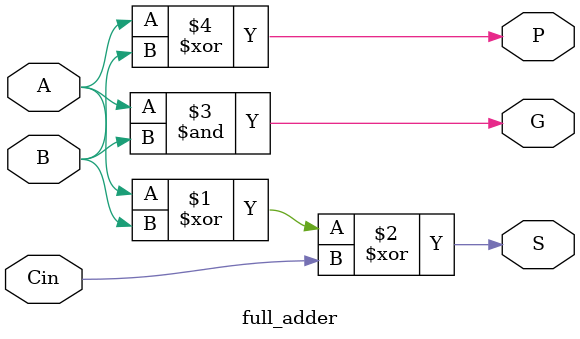
<source format=v>
`timescale 1ns / 1ps


module full_adder(
    input A,
    input B,
    input Cin,
    output P,
    output G,
    output S
    );
    
    assign S = A ^ B ^ Cin;
    
    assign G = A & B;
    
    assign P = A ^ B;
    
endmodule

</source>
